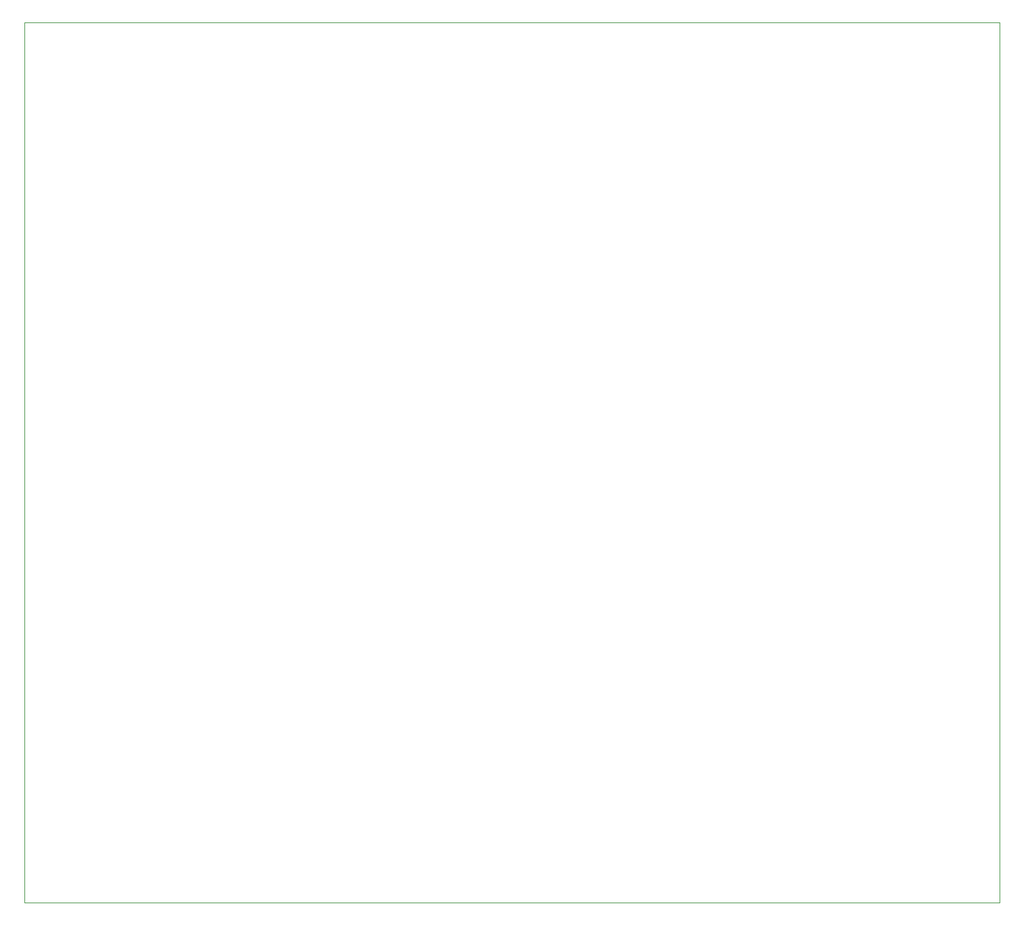
<source format=gbr>
%TF.GenerationSoftware,KiCad,Pcbnew,(6.0.4-0)*%
%TF.CreationDate,2024-05-14T16:24:58+10:00*%
%TF.ProjectId,E8Serial,45385365-7269-4616-9c2e-6b696361645f,rev?*%
%TF.SameCoordinates,Original*%
%TF.FileFunction,Profile,NP*%
%FSLAX46Y46*%
G04 Gerber Fmt 4.6, Leading zero omitted, Abs format (unit mm)*
G04 Created by KiCad (PCBNEW (6.0.4-0)) date 2024-05-14 16:24:58*
%MOMM*%
%LPD*%
G01*
G04 APERTURE LIST*
%TA.AperFunction,Profile*%
%ADD10C,0.050000*%
%TD*%
G04 APERTURE END LIST*
D10*
X40000000Y-47000000D02*
X40000000Y-160000000D01*
X165000000Y-160000000D02*
X165000000Y-47000000D01*
X40000000Y-160000000D02*
X165000000Y-160000000D01*
X165000000Y-47000000D02*
X40000000Y-47000000D01*
M02*

</source>
